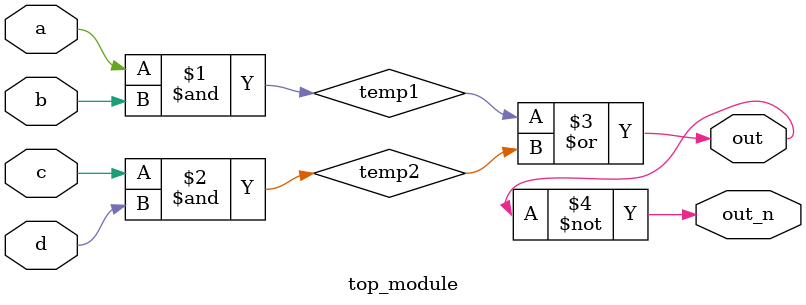
<source format=v>
module top_module(
    input a,
    input b,
    input c,
    input d,
    output out,
    output out_n   ); 
    
    wire temp1;
    wire temp2;
    //wire w1, w2; can be possible
    assign temp1 = a & b;
    assign temp2 = c & d;
    assign out = temp1 | temp2;
    assign out_n = ~out;
    

endmodule

</source>
